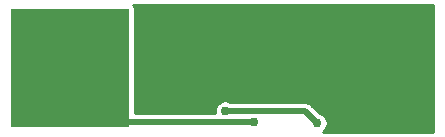
<source format=gbr>
G04 #@! TF.GenerationSoftware,KiCad,Pcbnew,(5.1.2-1)-1*
G04 #@! TF.CreationDate,2019-10-10T21:18:58-06:00*
G04 #@! TF.ProjectId,usb-target,7573622d-7461-4726-9765-742e6b696361,rev?*
G04 #@! TF.SameCoordinates,Original*
G04 #@! TF.FileFunction,Copper,L2,Bot*
G04 #@! TF.FilePolarity,Positive*
%FSLAX46Y46*%
G04 Gerber Fmt 4.6, Leading zero omitted, Abs format (unit mm)*
G04 Created by KiCad (PCBNEW (5.1.2-1)-1) date 2019-10-10 21:18:58*
%MOMM*%
%LPD*%
G04 APERTURE LIST*
%ADD10R,10.000000X10.000000*%
%ADD11C,0.762000*%
%ADD12C,0.508000*%
%ADD13C,0.254000*%
G04 APERTURE END LIST*
D10*
X63373000Y-86614000D03*
D11*
X76550000Y-90266000D03*
X84328000Y-91313000D03*
X69596000Y-82804000D03*
X74930000Y-86614000D03*
X84455000Y-84709000D03*
X81026000Y-84709000D03*
X78994000Y-91186000D03*
D12*
X83281000Y-90266000D02*
X76550000Y-90266000D01*
X84328000Y-91313000D02*
X83281000Y-90266000D01*
X69596000Y-82804000D02*
X71120000Y-82804000D01*
X71120000Y-82804000D02*
X74930000Y-86614000D01*
X75692001Y-87376001D02*
X75310999Y-86994999D01*
X75310999Y-86994999D02*
X74930000Y-86614000D01*
X80563721Y-87376001D02*
X75692001Y-87376001D01*
X83230722Y-84709000D02*
X80563721Y-87376001D01*
X84455000Y-84709000D02*
X83230722Y-84709000D01*
X78752764Y-86614000D02*
X74930000Y-86614000D01*
X81222882Y-84143882D02*
X78752764Y-86614000D01*
X67945000Y-91186000D02*
X63373000Y-86614000D01*
X78994000Y-91186000D02*
X67945000Y-91186000D01*
D13*
G36*
X94107000Y-92074555D02*
G01*
X84836918Y-92042142D01*
X84894704Y-92003531D01*
X85018531Y-91879704D01*
X85115821Y-91734099D01*
X85182836Y-91572312D01*
X85217000Y-91400559D01*
X85217000Y-91225441D01*
X85182836Y-91053688D01*
X85115821Y-90891901D01*
X85018531Y-90746296D01*
X84894704Y-90622469D01*
X84749099Y-90525179D01*
X84587312Y-90458164D01*
X84541726Y-90449096D01*
X83846284Y-89753654D01*
X83822422Y-89724578D01*
X83706392Y-89629355D01*
X83574015Y-89558598D01*
X83430378Y-89515026D01*
X83318426Y-89504000D01*
X83318423Y-89504000D01*
X83281000Y-89500314D01*
X83243577Y-89504000D01*
X77009743Y-89504000D01*
X76971099Y-89478179D01*
X76809312Y-89411164D01*
X76637559Y-89377000D01*
X76462441Y-89377000D01*
X76290688Y-89411164D01*
X76128901Y-89478179D01*
X75983296Y-89575469D01*
X75859469Y-89699296D01*
X75762179Y-89844901D01*
X75695164Y-90006688D01*
X75661000Y-90178441D01*
X75661000Y-90353559D01*
X75675012Y-90424000D01*
X68883457Y-90424000D01*
X68883457Y-81614000D01*
X68873649Y-81514415D01*
X68844601Y-81418657D01*
X68797429Y-81330405D01*
X68756063Y-81280000D01*
X94107000Y-81280000D01*
X94107000Y-92074555D01*
X94107000Y-92074555D01*
G37*
X94107000Y-92074555D02*
X84836918Y-92042142D01*
X84894704Y-92003531D01*
X85018531Y-91879704D01*
X85115821Y-91734099D01*
X85182836Y-91572312D01*
X85217000Y-91400559D01*
X85217000Y-91225441D01*
X85182836Y-91053688D01*
X85115821Y-90891901D01*
X85018531Y-90746296D01*
X84894704Y-90622469D01*
X84749099Y-90525179D01*
X84587312Y-90458164D01*
X84541726Y-90449096D01*
X83846284Y-89753654D01*
X83822422Y-89724578D01*
X83706392Y-89629355D01*
X83574015Y-89558598D01*
X83430378Y-89515026D01*
X83318426Y-89504000D01*
X83318423Y-89504000D01*
X83281000Y-89500314D01*
X83243577Y-89504000D01*
X77009743Y-89504000D01*
X76971099Y-89478179D01*
X76809312Y-89411164D01*
X76637559Y-89377000D01*
X76462441Y-89377000D01*
X76290688Y-89411164D01*
X76128901Y-89478179D01*
X75983296Y-89575469D01*
X75859469Y-89699296D01*
X75762179Y-89844901D01*
X75695164Y-90006688D01*
X75661000Y-90178441D01*
X75661000Y-90353559D01*
X75675012Y-90424000D01*
X68883457Y-90424000D01*
X68883457Y-81614000D01*
X68873649Y-81514415D01*
X68844601Y-81418657D01*
X68797429Y-81330405D01*
X68756063Y-81280000D01*
X94107000Y-81280000D01*
X94107000Y-92074555D01*
M02*

</source>
